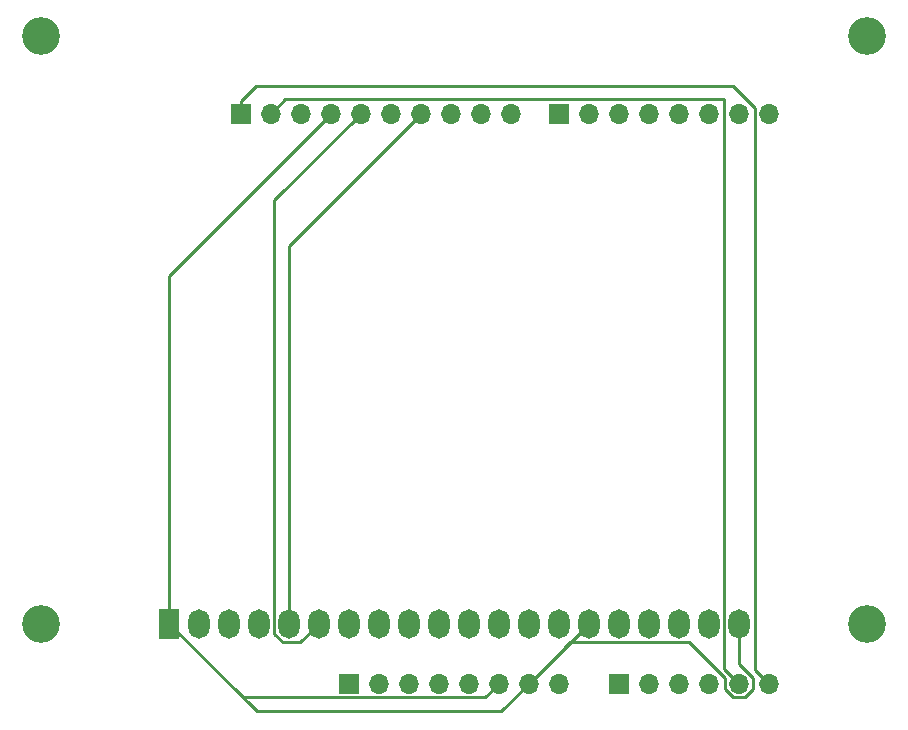
<source format=gbr>
%TF.GenerationSoftware,KiCad,Pcbnew,7.0.7-7.0.7~ubuntu22.04.1*%
%TF.CreationDate,2023-10-18T17:55:42+02:00*%
%TF.ProjectId,conway_proj,636f6e77-6179-45f7-9072-6f6a2e6b6963,rev?*%
%TF.SameCoordinates,Original*%
%TF.FileFunction,Copper,L2,Bot*%
%TF.FilePolarity,Positive*%
%FSLAX46Y46*%
G04 Gerber Fmt 4.6, Leading zero omitted, Abs format (unit mm)*
G04 Created by KiCad (PCBNEW 7.0.7-7.0.7~ubuntu22.04.1) date 2023-10-18 17:55:42*
%MOMM*%
%LPD*%
G01*
G04 APERTURE LIST*
%TA.AperFunction,ComponentPad*%
%ADD10R,1.700000X1.700000*%
%TD*%
%TA.AperFunction,ComponentPad*%
%ADD11O,1.700000X1.700000*%
%TD*%
%TA.AperFunction,ComponentPad*%
%ADD12C,3.200000*%
%TD*%
%TA.AperFunction,ComponentPad*%
%ADD13R,1.800000X2.500000*%
%TD*%
%TA.AperFunction,ComponentPad*%
%ADD14O,1.800000X2.500000*%
%TD*%
%TA.AperFunction,Conductor*%
%ADD15C,0.250000*%
%TD*%
G04 APERTURE END LIST*
D10*
%TO.P,J1,1,Pin_1*%
%TO.N,unconnected-(J1-Pin_1-Pad1)*%
X102540000Y-163500000D03*
D11*
%TO.P,J1,2,Pin_2*%
%TO.N,/IOREF*%
X105080000Y-163500000D03*
%TO.P,J1,3,Pin_3*%
%TO.N,/~{RESET}*%
X107620000Y-163500000D03*
%TO.P,J1,4,Pin_4*%
%TO.N,+3V3*%
X110160000Y-163500000D03*
%TO.P,J1,5,Pin_5*%
%TO.N,+5V*%
X112700000Y-163500000D03*
%TO.P,J1,6,Pin_6*%
%TO.N,GND*%
X115240000Y-163500000D03*
%TO.P,J1,7,Pin_7*%
X117780000Y-163500000D03*
%TO.P,J1,8,Pin_8*%
%TO.N,VCC*%
X120320000Y-163500000D03*
%TD*%
D10*
%TO.P,J3,1,Pin_1*%
%TO.N,/A0*%
X125400000Y-163500000D03*
D11*
%TO.P,J3,2,Pin_2*%
%TO.N,/A1*%
X127940000Y-163500000D03*
%TO.P,J3,3,Pin_3*%
%TO.N,/A2*%
X130480000Y-163500000D03*
%TO.P,J3,4,Pin_4*%
%TO.N,/A3*%
X133020000Y-163500000D03*
%TO.P,J3,5,Pin_5*%
%TO.N,/SDA{slash}A4*%
X135560000Y-163500000D03*
%TO.P,J3,6,Pin_6*%
%TO.N,/SCL{slash}A5*%
X138100000Y-163500000D03*
%TD*%
D10*
%TO.P,J2,1,Pin_1*%
%TO.N,/SCL{slash}A5*%
X93396000Y-115240000D03*
D11*
%TO.P,J2,2,Pin_2*%
%TO.N,/SDA{slash}A4*%
X95936000Y-115240000D03*
%TO.P,J2,3,Pin_3*%
%TO.N,/AREF*%
X98476000Y-115240000D03*
%TO.P,J2,4,Pin_4*%
%TO.N,GND*%
X101016000Y-115240000D03*
%TO.P,J2,5,Pin_5*%
%TO.N,/13*%
X103556000Y-115240000D03*
%TO.P,J2,6,Pin_6*%
%TO.N,/12*%
X106096000Y-115240000D03*
%TO.P,J2,7,Pin_7*%
%TO.N,/\u002A11*%
X108636000Y-115240000D03*
%TO.P,J2,8,Pin_8*%
%TO.N,/\u002A10*%
X111176000Y-115240000D03*
%TO.P,J2,9,Pin_9*%
%TO.N,/\u002A9*%
X113716000Y-115240000D03*
%TO.P,J2,10,Pin_10*%
%TO.N,/8*%
X116256000Y-115240000D03*
%TD*%
D10*
%TO.P,J4,1,Pin_1*%
%TO.N,/7*%
X120320000Y-115240000D03*
D11*
%TO.P,J4,2,Pin_2*%
%TO.N,/\u002A6*%
X122860000Y-115240000D03*
%TO.P,J4,3,Pin_3*%
%TO.N,/\u002A5*%
X125400000Y-115240000D03*
%TO.P,J4,4,Pin_4*%
%TO.N,/4*%
X127940000Y-115240000D03*
%TO.P,J4,5,Pin_5*%
%TO.N,/\u002A3*%
X130480000Y-115240000D03*
%TO.P,J4,6,Pin_6*%
%TO.N,/2*%
X133020000Y-115240000D03*
%TO.P,J4,7,Pin_7*%
%TO.N,/TX{slash}1*%
X135560000Y-115240000D03*
%TO.P,J4,8,Pin_8*%
%TO.N,/RX{slash}0*%
X138100000Y-115240000D03*
%TD*%
D12*
%TO.P,DS1,*%
%TO.N,*%
X76430000Y-158420000D03*
X146430000Y-158420000D03*
X76430000Y-108720000D03*
X146430000Y-108720000D03*
D13*
%TO.P,DS1,1,GND*%
%TO.N,GND*%
X87300000Y-158420000D03*
D14*
%TO.P,DS1,2,VCC*%
%TO.N,+5V*%
X89840000Y-158420000D03*
%TO.P,DS1,3,VO*%
%TO.N,unconnected-(DS1-VO-Pad3)*%
X92380000Y-158420000D03*
%TO.P,DS1,4,RS*%
%TO.N,/\u002A10*%
X94920000Y-158420000D03*
%TO.P,DS1,5,R/W*%
%TO.N,/\u002A11*%
X97460000Y-158420000D03*
%TO.P,DS1,6,E*%
%TO.N,/13*%
X100000000Y-158420000D03*
%TO.P,DS1,7,DB0*%
%TO.N,unconnected-(DS1-DB0-Pad7)*%
X102540000Y-158420000D03*
%TO.P,DS1,8,DB1*%
%TO.N,unconnected-(DS1-DB1-Pad8)*%
X105080000Y-158420000D03*
%TO.P,DS1,9,DB2*%
%TO.N,unconnected-(DS1-DB2-Pad9)*%
X107620000Y-158420000D03*
%TO.P,DS1,10,DB3*%
%TO.N,unconnected-(DS1-DB3-Pad10)*%
X110160000Y-158420000D03*
%TO.P,DS1,11,DB4*%
%TO.N,unconnected-(DS1-DB4-Pad11)*%
X112700000Y-158420000D03*
%TO.P,DS1,12,DB5*%
%TO.N,unconnected-(DS1-DB5-Pad12)*%
X115240000Y-158420000D03*
%TO.P,DS1,13,DB6*%
%TO.N,unconnected-(DS1-DB6-Pad13)*%
X117780000Y-158420000D03*
%TO.P,DS1,14,DB7*%
%TO.N,unconnected-(DS1-DB7-Pad14)*%
X120320000Y-158420000D03*
%TO.P,DS1,15,PSB*%
%TO.N,GND*%
X122860000Y-158420000D03*
%TO.P,DS1,16,NC*%
%TO.N,unconnected-(DS1-NC-Pad16)*%
X125400000Y-158420000D03*
%TO.P,DS1,17,RST*%
%TO.N,unconnected-(DS1-RST-Pad17)*%
X127940000Y-158420000D03*
%TO.P,DS1,18,VOUT*%
%TO.N,unconnected-(DS1-VOUT-Pad18)*%
X130480000Y-158420000D03*
%TO.P,DS1,19,BLA*%
%TO.N,+5V*%
X133020000Y-158420000D03*
%TO.P,DS1,20,BLK*%
%TO.N,GND*%
X135560000Y-158420000D03*
%TD*%
D15*
%TO.N,GND*%
X87300000Y-158420000D02*
X94720000Y-165840000D01*
X93555000Y-164675000D02*
X114065000Y-164675000D01*
X114065000Y-164675000D02*
X115240000Y-163500000D01*
X87300000Y-158420000D02*
X93555000Y-164675000D01*
X101016000Y-115240000D02*
X87300000Y-128956000D01*
X94720000Y-165840000D02*
X115440000Y-165840000D01*
X121285000Y-159995000D02*
X131366701Y-159995000D01*
X136735000Y-163986701D02*
X136735000Y-163013299D01*
X87300000Y-128956000D02*
X87300000Y-158420000D01*
X115440000Y-165840000D02*
X117780000Y-163500000D01*
X135073299Y-164675000D02*
X136046701Y-164675000D01*
X134385000Y-163986701D02*
X135073299Y-164675000D01*
X135560000Y-161838299D02*
X135560000Y-158420000D01*
X131366701Y-159995000D02*
X134385000Y-163013299D01*
X136735000Y-163013299D02*
X135560000Y-161838299D01*
X134385000Y-163013299D02*
X134385000Y-163986701D01*
X117780000Y-163500000D02*
X121285000Y-159995000D01*
X117780000Y-163500000D02*
X122860000Y-158420000D01*
X136046701Y-164675000D02*
X136735000Y-163986701D01*
%TO.N,/SDA{slash}A4*%
X134335000Y-114015000D02*
X97161000Y-114015000D01*
X135560000Y-163500000D02*
X134335000Y-162275000D01*
X97161000Y-114015000D02*
X95936000Y-115240000D01*
X134335000Y-162275000D02*
X134335000Y-114015000D01*
%TO.N,/SCL{slash}A5*%
X94636000Y-112900000D02*
X135071701Y-112900000D01*
X93396000Y-114140000D02*
X94636000Y-112900000D01*
X93396000Y-115240000D02*
X93396000Y-114140000D01*
X136925000Y-114753299D02*
X136925000Y-162325000D01*
X135071701Y-112900000D02*
X136925000Y-114753299D01*
X136925000Y-162325000D02*
X138100000Y-163500000D01*
%TO.N,/13*%
X98425000Y-159995000D02*
X96952588Y-159995000D01*
X96952588Y-159995000D02*
X96235000Y-159277412D01*
X96235000Y-159277412D02*
X96235000Y-122561000D01*
X100000000Y-158420000D02*
X98425000Y-159995000D01*
X96235000Y-122561000D02*
X103556000Y-115240000D01*
%TO.N,/\u002A11*%
X97460000Y-158420000D02*
X97460000Y-126416000D01*
X97460000Y-126416000D02*
X108636000Y-115240000D01*
%TD*%
M02*

</source>
